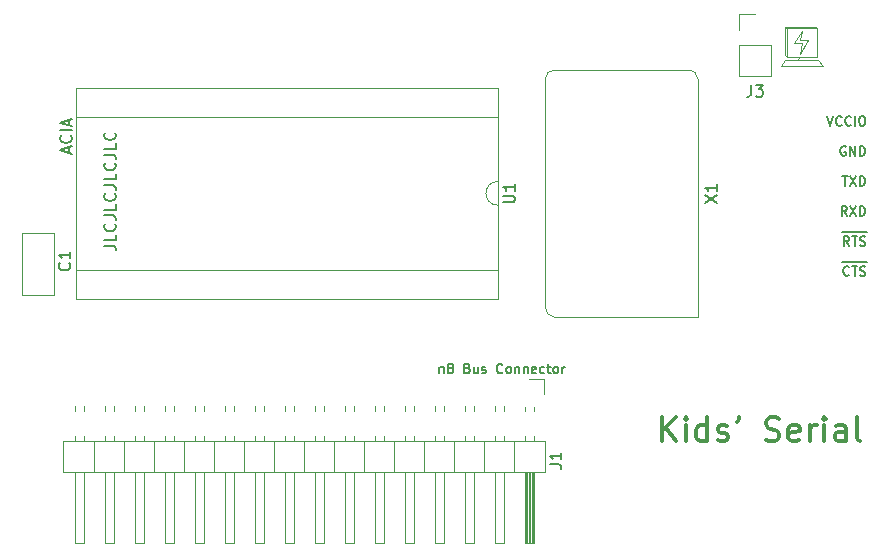
<source format=gbr>
%TF.GenerationSoftware,KiCad,Pcbnew,(5.1.12-1-10_14)*%
%TF.CreationDate,2022-01-05T16:58:03+01:00*%
%TF.ProjectId,kids serial,6b696473-2073-4657-9269-616c2e6b6963,rev?*%
%TF.SameCoordinates,Original*%
%TF.FileFunction,Legend,Top*%
%TF.FilePolarity,Positive*%
%FSLAX46Y46*%
G04 Gerber Fmt 4.6, Leading zero omitted, Abs format (unit mm)*
G04 Created by KiCad (PCBNEW (5.1.12-1-10_14)) date 2022-01-05 16:58:03*
%MOMM*%
%LPD*%
G01*
G04 APERTURE LIST*
%ADD10C,0.150000*%
%ADD11C,0.120000*%
%ADD12C,0.300000*%
G04 APERTURE END LIST*
D10*
X111136180Y-100072247D02*
X111850466Y-100072247D01*
X111993323Y-100119866D01*
X112088561Y-100215104D01*
X112136180Y-100357961D01*
X112136180Y-100453200D01*
X112136180Y-99119866D02*
X112136180Y-99596057D01*
X111136180Y-99596057D01*
X112040942Y-98215104D02*
X112088561Y-98262723D01*
X112136180Y-98405580D01*
X112136180Y-98500819D01*
X112088561Y-98643676D01*
X111993323Y-98738914D01*
X111898085Y-98786533D01*
X111707609Y-98834152D01*
X111564752Y-98834152D01*
X111374276Y-98786533D01*
X111279038Y-98738914D01*
X111183800Y-98643676D01*
X111136180Y-98500819D01*
X111136180Y-98405580D01*
X111183800Y-98262723D01*
X111231419Y-98215104D01*
X111136180Y-97500819D02*
X111850466Y-97500819D01*
X111993323Y-97548438D01*
X112088561Y-97643676D01*
X112136180Y-97786533D01*
X112136180Y-97881771D01*
X112136180Y-96548438D02*
X112136180Y-97024628D01*
X111136180Y-97024628D01*
X112040942Y-95643676D02*
X112088561Y-95691295D01*
X112136180Y-95834152D01*
X112136180Y-95929390D01*
X112088561Y-96072247D01*
X111993323Y-96167485D01*
X111898085Y-96215104D01*
X111707609Y-96262723D01*
X111564752Y-96262723D01*
X111374276Y-96215104D01*
X111279038Y-96167485D01*
X111183800Y-96072247D01*
X111136180Y-95929390D01*
X111136180Y-95834152D01*
X111183800Y-95691295D01*
X111231419Y-95643676D01*
X111136180Y-94929390D02*
X111850466Y-94929390D01*
X111993323Y-94977009D01*
X112088561Y-95072247D01*
X112136180Y-95215104D01*
X112136180Y-95310342D01*
X112136180Y-93977009D02*
X112136180Y-94453200D01*
X111136180Y-94453200D01*
X112040942Y-93072247D02*
X112088561Y-93119866D01*
X112136180Y-93262723D01*
X112136180Y-93357961D01*
X112088561Y-93500819D01*
X111993323Y-93596057D01*
X111898085Y-93643676D01*
X111707609Y-93691295D01*
X111564752Y-93691295D01*
X111374276Y-93643676D01*
X111279038Y-93596057D01*
X111183800Y-93500819D01*
X111136180Y-93357961D01*
X111136180Y-93262723D01*
X111183800Y-93119866D01*
X111231419Y-93072247D01*
X111136180Y-92357961D02*
X111850466Y-92357961D01*
X111993323Y-92405580D01*
X112088561Y-92500819D01*
X112136180Y-92643676D01*
X112136180Y-92738914D01*
X112136180Y-91405580D02*
X112136180Y-91881771D01*
X111136180Y-91881771D01*
X112040942Y-90500819D02*
X112088561Y-90548438D01*
X112136180Y-90691295D01*
X112136180Y-90786533D01*
X112088561Y-90929390D01*
X111993323Y-91024628D01*
X111898085Y-91072247D01*
X111707609Y-91119866D01*
X111564752Y-91119866D01*
X111374276Y-91072247D01*
X111279038Y-91024628D01*
X111183800Y-90929390D01*
X111136180Y-90786533D01*
X111136180Y-90691295D01*
X111183800Y-90548438D01*
X111231419Y-90500819D01*
D11*
X170053000Y-84074000D02*
G75*
G02*
X169947789Y-84328000I-359210J0D01*
G01*
X170053000Y-82677000D02*
X170180000Y-81915000D01*
X170688000Y-82677000D02*
X170053000Y-82677000D01*
X170053000Y-83820000D02*
X170688000Y-82677000D01*
X170180000Y-82931000D02*
X170053000Y-83820000D01*
X169545000Y-82931000D02*
X170180000Y-82931000D01*
X170180000Y-81915000D02*
X169545000Y-82931000D01*
X168783000Y-83947000D02*
X168910000Y-84074000D01*
X168783000Y-81534000D02*
X168783000Y-83947000D01*
X171323000Y-81534000D02*
X171450000Y-81661000D01*
X168783000Y-81534000D02*
X171323000Y-81534000D01*
X168910000Y-81661000D02*
X168783000Y-81534000D01*
X171577000Y-84328000D02*
X168783000Y-84328000D01*
X171958000Y-84836000D02*
X171577000Y-84328000D01*
X168402000Y-84836000D02*
X171958000Y-84836000D01*
X168783000Y-84328000D02*
X168402000Y-84836000D01*
X171450000Y-81661000D02*
X168910000Y-81661000D01*
X171450000Y-84074000D02*
X171450000Y-81661000D01*
X168910000Y-84074000D02*
X171450000Y-84074000D01*
X168910000Y-81661000D02*
X168910000Y-84074000D01*
D10*
X108116666Y-92209761D02*
X108116666Y-91733571D01*
X108402380Y-92305000D02*
X107402380Y-91971666D01*
X108402380Y-91638333D01*
X108307142Y-90733571D02*
X108354761Y-90781190D01*
X108402380Y-90924047D01*
X108402380Y-91019285D01*
X108354761Y-91162142D01*
X108259523Y-91257380D01*
X108164285Y-91305000D01*
X107973809Y-91352619D01*
X107830952Y-91352619D01*
X107640476Y-91305000D01*
X107545238Y-91257380D01*
X107450000Y-91162142D01*
X107402380Y-91019285D01*
X107402380Y-90924047D01*
X107450000Y-90781190D01*
X107497619Y-90733571D01*
X108402380Y-90305000D02*
X107402380Y-90305000D01*
X108116666Y-89876428D02*
X108116666Y-89400238D01*
X108402380Y-89971666D02*
X107402380Y-89638333D01*
X108402380Y-89305000D01*
X173562571Y-101464000D02*
X174362571Y-101464000D01*
X174210190Y-102520714D02*
X174172095Y-102558809D01*
X174057809Y-102596904D01*
X173981619Y-102596904D01*
X173867333Y-102558809D01*
X173791142Y-102482619D01*
X173753047Y-102406428D01*
X173714952Y-102254047D01*
X173714952Y-102139761D01*
X173753047Y-101987380D01*
X173791142Y-101911190D01*
X173867333Y-101835000D01*
X173981619Y-101796904D01*
X174057809Y-101796904D01*
X174172095Y-101835000D01*
X174210190Y-101873095D01*
X174362571Y-101464000D02*
X174972095Y-101464000D01*
X174438761Y-101796904D02*
X174895904Y-101796904D01*
X174667333Y-102596904D02*
X174667333Y-101796904D01*
X174972095Y-101464000D02*
X175734000Y-101464000D01*
X175124476Y-102558809D02*
X175238761Y-102596904D01*
X175429238Y-102596904D01*
X175505428Y-102558809D01*
X175543523Y-102520714D01*
X175581619Y-102444523D01*
X175581619Y-102368333D01*
X175543523Y-102292142D01*
X175505428Y-102254047D01*
X175429238Y-102215952D01*
X175276857Y-102177857D01*
X175200666Y-102139761D01*
X175162571Y-102101666D01*
X175124476Y-102025476D01*
X175124476Y-101949285D01*
X175162571Y-101873095D01*
X175200666Y-101835000D01*
X175276857Y-101796904D01*
X175467333Y-101796904D01*
X175581619Y-101835000D01*
X173562571Y-98924000D02*
X174362571Y-98924000D01*
X174210190Y-100056904D02*
X173943523Y-99675952D01*
X173753047Y-100056904D02*
X173753047Y-99256904D01*
X174057809Y-99256904D01*
X174134000Y-99295000D01*
X174172095Y-99333095D01*
X174210190Y-99409285D01*
X174210190Y-99523571D01*
X174172095Y-99599761D01*
X174134000Y-99637857D01*
X174057809Y-99675952D01*
X173753047Y-99675952D01*
X174362571Y-98924000D02*
X174972095Y-98924000D01*
X174438761Y-99256904D02*
X174895904Y-99256904D01*
X174667333Y-100056904D02*
X174667333Y-99256904D01*
X174972095Y-98924000D02*
X175734000Y-98924000D01*
X175124476Y-100018809D02*
X175238761Y-100056904D01*
X175429238Y-100056904D01*
X175505428Y-100018809D01*
X175543523Y-99980714D01*
X175581619Y-99904523D01*
X175581619Y-99828333D01*
X175543523Y-99752142D01*
X175505428Y-99714047D01*
X175429238Y-99675952D01*
X175276857Y-99637857D01*
X175200666Y-99599761D01*
X175162571Y-99561666D01*
X175124476Y-99485476D01*
X175124476Y-99409285D01*
X175162571Y-99333095D01*
X175200666Y-99295000D01*
X175276857Y-99256904D01*
X175467333Y-99256904D01*
X175581619Y-99295000D01*
X174019714Y-97516904D02*
X173753047Y-97135952D01*
X173562571Y-97516904D02*
X173562571Y-96716904D01*
X173867333Y-96716904D01*
X173943523Y-96755000D01*
X173981619Y-96793095D01*
X174019714Y-96869285D01*
X174019714Y-96983571D01*
X173981619Y-97059761D01*
X173943523Y-97097857D01*
X173867333Y-97135952D01*
X173562571Y-97135952D01*
X174286380Y-96716904D02*
X174819714Y-97516904D01*
X174819714Y-96716904D02*
X174286380Y-97516904D01*
X175124476Y-97516904D02*
X175124476Y-96716904D01*
X175314952Y-96716904D01*
X175429238Y-96755000D01*
X175505428Y-96831190D01*
X175543523Y-96907380D01*
X175581619Y-97059761D01*
X175581619Y-97174047D01*
X175543523Y-97326428D01*
X175505428Y-97402619D01*
X175429238Y-97478809D01*
X175314952Y-97516904D01*
X175124476Y-97516904D01*
X173638761Y-94176904D02*
X174095904Y-94176904D01*
X173867333Y-94976904D02*
X173867333Y-94176904D01*
X174286380Y-94176904D02*
X174819714Y-94976904D01*
X174819714Y-94176904D02*
X174286380Y-94976904D01*
X175124476Y-94976904D02*
X175124476Y-94176904D01*
X175314952Y-94176904D01*
X175429238Y-94215000D01*
X175505428Y-94291190D01*
X175543523Y-94367380D01*
X175581619Y-94519761D01*
X175581619Y-94634047D01*
X175543523Y-94786428D01*
X175505428Y-94862619D01*
X175429238Y-94938809D01*
X175314952Y-94976904D01*
X175124476Y-94976904D01*
X173905428Y-91675000D02*
X173829238Y-91636904D01*
X173714952Y-91636904D01*
X173600666Y-91675000D01*
X173524476Y-91751190D01*
X173486380Y-91827380D01*
X173448285Y-91979761D01*
X173448285Y-92094047D01*
X173486380Y-92246428D01*
X173524476Y-92322619D01*
X173600666Y-92398809D01*
X173714952Y-92436904D01*
X173791142Y-92436904D01*
X173905428Y-92398809D01*
X173943523Y-92360714D01*
X173943523Y-92094047D01*
X173791142Y-92094047D01*
X174286380Y-92436904D02*
X174286380Y-91636904D01*
X174743523Y-92436904D01*
X174743523Y-91636904D01*
X175124476Y-92436904D02*
X175124476Y-91636904D01*
X175314952Y-91636904D01*
X175429238Y-91675000D01*
X175505428Y-91751190D01*
X175543523Y-91827380D01*
X175581619Y-91979761D01*
X175581619Y-92094047D01*
X175543523Y-92246428D01*
X175505428Y-92322619D01*
X175429238Y-92398809D01*
X175314952Y-92436904D01*
X175124476Y-92436904D01*
X172305428Y-89096904D02*
X172572095Y-89896904D01*
X172838761Y-89096904D01*
X173562571Y-89820714D02*
X173524476Y-89858809D01*
X173410190Y-89896904D01*
X173334000Y-89896904D01*
X173219714Y-89858809D01*
X173143523Y-89782619D01*
X173105428Y-89706428D01*
X173067333Y-89554047D01*
X173067333Y-89439761D01*
X173105428Y-89287380D01*
X173143523Y-89211190D01*
X173219714Y-89135000D01*
X173334000Y-89096904D01*
X173410190Y-89096904D01*
X173524476Y-89135000D01*
X173562571Y-89173095D01*
X174362571Y-89820714D02*
X174324476Y-89858809D01*
X174210190Y-89896904D01*
X174134000Y-89896904D01*
X174019714Y-89858809D01*
X173943523Y-89782619D01*
X173905428Y-89706428D01*
X173867333Y-89554047D01*
X173867333Y-89439761D01*
X173905428Y-89287380D01*
X173943523Y-89211190D01*
X174019714Y-89135000D01*
X174134000Y-89096904D01*
X174210190Y-89096904D01*
X174324476Y-89135000D01*
X174362571Y-89173095D01*
X174705428Y-89896904D02*
X174705428Y-89096904D01*
X175238761Y-89096904D02*
X175391142Y-89096904D01*
X175467333Y-89135000D01*
X175543523Y-89211190D01*
X175581619Y-89363571D01*
X175581619Y-89630238D01*
X175543523Y-89782619D01*
X175467333Y-89858809D01*
X175391142Y-89896904D01*
X175238761Y-89896904D01*
X175162571Y-89858809D01*
X175086380Y-89782619D01*
X175048285Y-89630238D01*
X175048285Y-89363571D01*
X175086380Y-89211190D01*
X175162571Y-89135000D01*
X175238761Y-89096904D01*
D12*
X158398380Y-116601761D02*
X158398380Y-114601761D01*
X159541238Y-116601761D02*
X158684095Y-115458904D01*
X159541238Y-114601761D02*
X158398380Y-115744619D01*
X160398380Y-116601761D02*
X160398380Y-115268428D01*
X160398380Y-114601761D02*
X160303142Y-114697000D01*
X160398380Y-114792238D01*
X160493619Y-114697000D01*
X160398380Y-114601761D01*
X160398380Y-114792238D01*
X162207904Y-116601761D02*
X162207904Y-114601761D01*
X162207904Y-116506523D02*
X162017428Y-116601761D01*
X161636476Y-116601761D01*
X161446000Y-116506523D01*
X161350761Y-116411285D01*
X161255523Y-116220809D01*
X161255523Y-115649380D01*
X161350761Y-115458904D01*
X161446000Y-115363666D01*
X161636476Y-115268428D01*
X162017428Y-115268428D01*
X162207904Y-115363666D01*
X163065047Y-116506523D02*
X163255523Y-116601761D01*
X163636476Y-116601761D01*
X163826952Y-116506523D01*
X163922190Y-116316047D01*
X163922190Y-116220809D01*
X163826952Y-116030333D01*
X163636476Y-115935095D01*
X163350761Y-115935095D01*
X163160285Y-115839857D01*
X163065047Y-115649380D01*
X163065047Y-115554142D01*
X163160285Y-115363666D01*
X163350761Y-115268428D01*
X163636476Y-115268428D01*
X163826952Y-115363666D01*
X164874571Y-114601761D02*
X164874571Y-114697000D01*
X164779333Y-114887476D01*
X164684095Y-114982714D01*
X167160285Y-116506523D02*
X167446000Y-116601761D01*
X167922190Y-116601761D01*
X168112666Y-116506523D01*
X168207904Y-116411285D01*
X168303142Y-116220809D01*
X168303142Y-116030333D01*
X168207904Y-115839857D01*
X168112666Y-115744619D01*
X167922190Y-115649380D01*
X167541238Y-115554142D01*
X167350761Y-115458904D01*
X167255523Y-115363666D01*
X167160285Y-115173190D01*
X167160285Y-114982714D01*
X167255523Y-114792238D01*
X167350761Y-114697000D01*
X167541238Y-114601761D01*
X168017428Y-114601761D01*
X168303142Y-114697000D01*
X169922190Y-116506523D02*
X169731714Y-116601761D01*
X169350761Y-116601761D01*
X169160285Y-116506523D01*
X169065047Y-116316047D01*
X169065047Y-115554142D01*
X169160285Y-115363666D01*
X169350761Y-115268428D01*
X169731714Y-115268428D01*
X169922190Y-115363666D01*
X170017428Y-115554142D01*
X170017428Y-115744619D01*
X169065047Y-115935095D01*
X170874571Y-116601761D02*
X170874571Y-115268428D01*
X170874571Y-115649380D02*
X170969809Y-115458904D01*
X171065047Y-115363666D01*
X171255523Y-115268428D01*
X171446000Y-115268428D01*
X172112666Y-116601761D02*
X172112666Y-115268428D01*
X172112666Y-114601761D02*
X172017428Y-114697000D01*
X172112666Y-114792238D01*
X172207904Y-114697000D01*
X172112666Y-114601761D01*
X172112666Y-114792238D01*
X173922190Y-116601761D02*
X173922190Y-115554142D01*
X173826952Y-115363666D01*
X173636476Y-115268428D01*
X173255523Y-115268428D01*
X173065047Y-115363666D01*
X173922190Y-116506523D02*
X173731714Y-116601761D01*
X173255523Y-116601761D01*
X173065047Y-116506523D01*
X172969809Y-116316047D01*
X172969809Y-116125571D01*
X173065047Y-115935095D01*
X173255523Y-115839857D01*
X173731714Y-115839857D01*
X173922190Y-115744619D01*
X175160285Y-116601761D02*
X174969809Y-116506523D01*
X174874571Y-116316047D01*
X174874571Y-114601761D01*
D10*
X139522857Y-110318571D02*
X139522857Y-110851904D01*
X139522857Y-110394761D02*
X139560952Y-110356666D01*
X139637142Y-110318571D01*
X139751428Y-110318571D01*
X139827619Y-110356666D01*
X139865714Y-110432857D01*
X139865714Y-110851904D01*
X140360952Y-110394761D02*
X140284761Y-110356666D01*
X140246666Y-110318571D01*
X140208571Y-110242380D01*
X140208571Y-110204285D01*
X140246666Y-110128095D01*
X140284761Y-110090000D01*
X140360952Y-110051904D01*
X140513333Y-110051904D01*
X140589523Y-110090000D01*
X140627619Y-110128095D01*
X140665714Y-110204285D01*
X140665714Y-110242380D01*
X140627619Y-110318571D01*
X140589523Y-110356666D01*
X140513333Y-110394761D01*
X140360952Y-110394761D01*
X140284761Y-110432857D01*
X140246666Y-110470952D01*
X140208571Y-110547142D01*
X140208571Y-110699523D01*
X140246666Y-110775714D01*
X140284761Y-110813809D01*
X140360952Y-110851904D01*
X140513333Y-110851904D01*
X140589523Y-110813809D01*
X140627619Y-110775714D01*
X140665714Y-110699523D01*
X140665714Y-110547142D01*
X140627619Y-110470952D01*
X140589523Y-110432857D01*
X140513333Y-110394761D01*
X141884761Y-110432857D02*
X141999047Y-110470952D01*
X142037142Y-110509047D01*
X142075238Y-110585238D01*
X142075238Y-110699523D01*
X142037142Y-110775714D01*
X141999047Y-110813809D01*
X141922857Y-110851904D01*
X141618095Y-110851904D01*
X141618095Y-110051904D01*
X141884761Y-110051904D01*
X141960952Y-110090000D01*
X141999047Y-110128095D01*
X142037142Y-110204285D01*
X142037142Y-110280476D01*
X141999047Y-110356666D01*
X141960952Y-110394761D01*
X141884761Y-110432857D01*
X141618095Y-110432857D01*
X142760952Y-110318571D02*
X142760952Y-110851904D01*
X142418095Y-110318571D02*
X142418095Y-110737619D01*
X142456190Y-110813809D01*
X142532380Y-110851904D01*
X142646666Y-110851904D01*
X142722857Y-110813809D01*
X142760952Y-110775714D01*
X143103809Y-110813809D02*
X143180000Y-110851904D01*
X143332380Y-110851904D01*
X143408571Y-110813809D01*
X143446666Y-110737619D01*
X143446666Y-110699523D01*
X143408571Y-110623333D01*
X143332380Y-110585238D01*
X143218095Y-110585238D01*
X143141904Y-110547142D01*
X143103809Y-110470952D01*
X143103809Y-110432857D01*
X143141904Y-110356666D01*
X143218095Y-110318571D01*
X143332380Y-110318571D01*
X143408571Y-110356666D01*
X144856190Y-110775714D02*
X144818095Y-110813809D01*
X144703809Y-110851904D01*
X144627619Y-110851904D01*
X144513333Y-110813809D01*
X144437142Y-110737619D01*
X144399047Y-110661428D01*
X144360952Y-110509047D01*
X144360952Y-110394761D01*
X144399047Y-110242380D01*
X144437142Y-110166190D01*
X144513333Y-110090000D01*
X144627619Y-110051904D01*
X144703809Y-110051904D01*
X144818095Y-110090000D01*
X144856190Y-110128095D01*
X145313333Y-110851904D02*
X145237142Y-110813809D01*
X145199047Y-110775714D01*
X145160952Y-110699523D01*
X145160952Y-110470952D01*
X145199047Y-110394761D01*
X145237142Y-110356666D01*
X145313333Y-110318571D01*
X145427619Y-110318571D01*
X145503809Y-110356666D01*
X145541904Y-110394761D01*
X145580000Y-110470952D01*
X145580000Y-110699523D01*
X145541904Y-110775714D01*
X145503809Y-110813809D01*
X145427619Y-110851904D01*
X145313333Y-110851904D01*
X145922857Y-110318571D02*
X145922857Y-110851904D01*
X145922857Y-110394761D02*
X145960952Y-110356666D01*
X146037142Y-110318571D01*
X146151428Y-110318571D01*
X146227619Y-110356666D01*
X146265714Y-110432857D01*
X146265714Y-110851904D01*
X146646666Y-110318571D02*
X146646666Y-110851904D01*
X146646666Y-110394761D02*
X146684761Y-110356666D01*
X146760952Y-110318571D01*
X146875238Y-110318571D01*
X146951428Y-110356666D01*
X146989523Y-110432857D01*
X146989523Y-110851904D01*
X147675238Y-110813809D02*
X147599047Y-110851904D01*
X147446666Y-110851904D01*
X147370476Y-110813809D01*
X147332380Y-110737619D01*
X147332380Y-110432857D01*
X147370476Y-110356666D01*
X147446666Y-110318571D01*
X147599047Y-110318571D01*
X147675238Y-110356666D01*
X147713333Y-110432857D01*
X147713333Y-110509047D01*
X147332380Y-110585238D01*
X148399047Y-110813809D02*
X148322857Y-110851904D01*
X148170476Y-110851904D01*
X148094285Y-110813809D01*
X148056190Y-110775714D01*
X148018095Y-110699523D01*
X148018095Y-110470952D01*
X148056190Y-110394761D01*
X148094285Y-110356666D01*
X148170476Y-110318571D01*
X148322857Y-110318571D01*
X148399047Y-110356666D01*
X148627619Y-110318571D02*
X148932380Y-110318571D01*
X148741904Y-110051904D02*
X148741904Y-110737619D01*
X148780000Y-110813809D01*
X148856190Y-110851904D01*
X148932380Y-110851904D01*
X149313333Y-110851904D02*
X149237142Y-110813809D01*
X149199047Y-110775714D01*
X149160952Y-110699523D01*
X149160952Y-110470952D01*
X149199047Y-110394761D01*
X149237142Y-110356666D01*
X149313333Y-110318571D01*
X149427619Y-110318571D01*
X149503809Y-110356666D01*
X149541904Y-110394761D01*
X149580000Y-110470952D01*
X149580000Y-110699523D01*
X149541904Y-110775714D01*
X149503809Y-110813809D01*
X149427619Y-110851904D01*
X149313333Y-110851904D01*
X149922857Y-110851904D02*
X149922857Y-110318571D01*
X149922857Y-110470952D02*
X149960952Y-110394761D01*
X149999047Y-110356666D01*
X150075238Y-110318571D01*
X150151428Y-110318571D01*
D11*
%TO.C,J1*%
X148386800Y-111328200D02*
X148386800Y-112598200D01*
X147116800Y-111328200D02*
X148386800Y-111328200D01*
X108636800Y-113641129D02*
X108636800Y-114095271D01*
X109396800Y-113641129D02*
X109396800Y-114095271D01*
X108636800Y-116181129D02*
X108636800Y-116578200D01*
X109396800Y-116181129D02*
X109396800Y-116578200D01*
X108636800Y-125238200D02*
X108636800Y-119238200D01*
X109396800Y-125238200D02*
X108636800Y-125238200D01*
X109396800Y-119238200D02*
X109396800Y-125238200D01*
X110286800Y-116578200D02*
X110286800Y-119238200D01*
X111176800Y-113641129D02*
X111176800Y-114095271D01*
X111936800Y-113641129D02*
X111936800Y-114095271D01*
X111176800Y-116181129D02*
X111176800Y-116578200D01*
X111936800Y-116181129D02*
X111936800Y-116578200D01*
X111176800Y-125238200D02*
X111176800Y-119238200D01*
X111936800Y-125238200D02*
X111176800Y-125238200D01*
X111936800Y-119238200D02*
X111936800Y-125238200D01*
X112826800Y-116578200D02*
X112826800Y-119238200D01*
X113716800Y-113641129D02*
X113716800Y-114095271D01*
X114476800Y-113641129D02*
X114476800Y-114095271D01*
X113716800Y-116181129D02*
X113716800Y-116578200D01*
X114476800Y-116181129D02*
X114476800Y-116578200D01*
X113716800Y-125238200D02*
X113716800Y-119238200D01*
X114476800Y-125238200D02*
X113716800Y-125238200D01*
X114476800Y-119238200D02*
X114476800Y-125238200D01*
X115366800Y-116578200D02*
X115366800Y-119238200D01*
X116256800Y-113641129D02*
X116256800Y-114095271D01*
X117016800Y-113641129D02*
X117016800Y-114095271D01*
X116256800Y-116181129D02*
X116256800Y-116578200D01*
X117016800Y-116181129D02*
X117016800Y-116578200D01*
X116256800Y-125238200D02*
X116256800Y-119238200D01*
X117016800Y-125238200D02*
X116256800Y-125238200D01*
X117016800Y-119238200D02*
X117016800Y-125238200D01*
X117906800Y-116578200D02*
X117906800Y-119238200D01*
X118796800Y-113641129D02*
X118796800Y-114095271D01*
X119556800Y-113641129D02*
X119556800Y-114095271D01*
X118796800Y-116181129D02*
X118796800Y-116578200D01*
X119556800Y-116181129D02*
X119556800Y-116578200D01*
X118796800Y-125238200D02*
X118796800Y-119238200D01*
X119556800Y-125238200D02*
X118796800Y-125238200D01*
X119556800Y-119238200D02*
X119556800Y-125238200D01*
X120446800Y-116578200D02*
X120446800Y-119238200D01*
X121336800Y-113641129D02*
X121336800Y-114095271D01*
X122096800Y-113641129D02*
X122096800Y-114095271D01*
X121336800Y-116181129D02*
X121336800Y-116578200D01*
X122096800Y-116181129D02*
X122096800Y-116578200D01*
X121336800Y-125238200D02*
X121336800Y-119238200D01*
X122096800Y-125238200D02*
X121336800Y-125238200D01*
X122096800Y-119238200D02*
X122096800Y-125238200D01*
X122986800Y-116578200D02*
X122986800Y-119238200D01*
X123876800Y-113641129D02*
X123876800Y-114095271D01*
X124636800Y-113641129D02*
X124636800Y-114095271D01*
X123876800Y-116181129D02*
X123876800Y-116578200D01*
X124636800Y-116181129D02*
X124636800Y-116578200D01*
X123876800Y-125238200D02*
X123876800Y-119238200D01*
X124636800Y-125238200D02*
X123876800Y-125238200D01*
X124636800Y-119238200D02*
X124636800Y-125238200D01*
X125526800Y-116578200D02*
X125526800Y-119238200D01*
X126416800Y-113641129D02*
X126416800Y-114095271D01*
X127176800Y-113641129D02*
X127176800Y-114095271D01*
X126416800Y-116181129D02*
X126416800Y-116578200D01*
X127176800Y-116181129D02*
X127176800Y-116578200D01*
X126416800Y-125238200D02*
X126416800Y-119238200D01*
X127176800Y-125238200D02*
X126416800Y-125238200D01*
X127176800Y-119238200D02*
X127176800Y-125238200D01*
X128066800Y-116578200D02*
X128066800Y-119238200D01*
X128956800Y-113641129D02*
X128956800Y-114095271D01*
X129716800Y-113641129D02*
X129716800Y-114095271D01*
X128956800Y-116181129D02*
X128956800Y-116578200D01*
X129716800Y-116181129D02*
X129716800Y-116578200D01*
X128956800Y-125238200D02*
X128956800Y-119238200D01*
X129716800Y-125238200D02*
X128956800Y-125238200D01*
X129716800Y-119238200D02*
X129716800Y-125238200D01*
X130606800Y-116578200D02*
X130606800Y-119238200D01*
X131496800Y-113641129D02*
X131496800Y-114095271D01*
X132256800Y-113641129D02*
X132256800Y-114095271D01*
X131496800Y-116181129D02*
X131496800Y-116578200D01*
X132256800Y-116181129D02*
X132256800Y-116578200D01*
X131496800Y-125238200D02*
X131496800Y-119238200D01*
X132256800Y-125238200D02*
X131496800Y-125238200D01*
X132256800Y-119238200D02*
X132256800Y-125238200D01*
X133146800Y-116578200D02*
X133146800Y-119238200D01*
X134036800Y-113641129D02*
X134036800Y-114095271D01*
X134796800Y-113641129D02*
X134796800Y-114095271D01*
X134036800Y-116181129D02*
X134036800Y-116578200D01*
X134796800Y-116181129D02*
X134796800Y-116578200D01*
X134036800Y-125238200D02*
X134036800Y-119238200D01*
X134796800Y-125238200D02*
X134036800Y-125238200D01*
X134796800Y-119238200D02*
X134796800Y-125238200D01*
X135686800Y-116578200D02*
X135686800Y-119238200D01*
X136576800Y-113641129D02*
X136576800Y-114095271D01*
X137336800Y-113641129D02*
X137336800Y-114095271D01*
X136576800Y-116181129D02*
X136576800Y-116578200D01*
X137336800Y-116181129D02*
X137336800Y-116578200D01*
X136576800Y-125238200D02*
X136576800Y-119238200D01*
X137336800Y-125238200D02*
X136576800Y-125238200D01*
X137336800Y-119238200D02*
X137336800Y-125238200D01*
X138226800Y-116578200D02*
X138226800Y-119238200D01*
X139116800Y-113641129D02*
X139116800Y-114095271D01*
X139876800Y-113641129D02*
X139876800Y-114095271D01*
X139116800Y-116181129D02*
X139116800Y-116578200D01*
X139876800Y-116181129D02*
X139876800Y-116578200D01*
X139116800Y-125238200D02*
X139116800Y-119238200D01*
X139876800Y-125238200D02*
X139116800Y-125238200D01*
X139876800Y-119238200D02*
X139876800Y-125238200D01*
X140766800Y-116578200D02*
X140766800Y-119238200D01*
X141656800Y-113641129D02*
X141656800Y-114095271D01*
X142416800Y-113641129D02*
X142416800Y-114095271D01*
X141656800Y-116181129D02*
X141656800Y-116578200D01*
X142416800Y-116181129D02*
X142416800Y-116578200D01*
X141656800Y-125238200D02*
X141656800Y-119238200D01*
X142416800Y-125238200D02*
X141656800Y-125238200D01*
X142416800Y-119238200D02*
X142416800Y-125238200D01*
X143306800Y-116578200D02*
X143306800Y-119238200D01*
X144196800Y-113641129D02*
X144196800Y-114095271D01*
X144956800Y-113641129D02*
X144956800Y-114095271D01*
X144196800Y-116181129D02*
X144196800Y-116578200D01*
X144956800Y-116181129D02*
X144956800Y-116578200D01*
X144196800Y-125238200D02*
X144196800Y-119238200D01*
X144956800Y-125238200D02*
X144196800Y-125238200D01*
X144956800Y-119238200D02*
X144956800Y-125238200D01*
X145846800Y-116578200D02*
X145846800Y-119238200D01*
X146736800Y-113708200D02*
X146736800Y-114095271D01*
X147496800Y-113708200D02*
X147496800Y-114095271D01*
X146736800Y-116181129D02*
X146736800Y-116578200D01*
X147496800Y-116181129D02*
X147496800Y-116578200D01*
X146836800Y-119238200D02*
X146836800Y-125238200D01*
X146956800Y-119238200D02*
X146956800Y-125238200D01*
X147076800Y-119238200D02*
X147076800Y-125238200D01*
X147196800Y-119238200D02*
X147196800Y-125238200D01*
X147316800Y-119238200D02*
X147316800Y-125238200D01*
X147436800Y-119238200D02*
X147436800Y-125238200D01*
X146736800Y-125238200D02*
X146736800Y-119238200D01*
X147496800Y-125238200D02*
X146736800Y-125238200D01*
X147496800Y-119238200D02*
X147496800Y-125238200D01*
X148446800Y-119238200D02*
X148446800Y-116578200D01*
X107686800Y-119238200D02*
X148446800Y-119238200D01*
X107686800Y-116578200D02*
X107686800Y-119238200D01*
X148446800Y-116578200D02*
X107686800Y-116578200D01*
%TO.C,U1*%
X144519000Y-104581000D02*
X144519000Y-86681000D01*
X108719000Y-104581000D02*
X144519000Y-104581000D01*
X108719000Y-86681000D02*
X108719000Y-104581000D01*
X144519000Y-86681000D02*
X108719000Y-86681000D01*
X144459000Y-102091000D02*
X144459000Y-96631000D01*
X108779000Y-102091000D02*
X144459000Y-102091000D01*
X108779000Y-89171000D02*
X108779000Y-102091000D01*
X144459000Y-89171000D02*
X108779000Y-89171000D01*
X144459000Y-94631000D02*
X144459000Y-89171000D01*
X144459000Y-96631000D02*
G75*
G02*
X144459000Y-94631000I0J1000000D01*
G01*
%TO.C,J3*%
X164913000Y-80458000D02*
X166243000Y-80458000D01*
X164913000Y-81788000D02*
X164913000Y-80458000D01*
X164913000Y-83058000D02*
X167573000Y-83058000D01*
X167573000Y-83058000D02*
X167573000Y-85658000D01*
X164913000Y-83058000D02*
X164913000Y-85658000D01*
X164913000Y-85658000D02*
X167573000Y-85658000D01*
%TO.C,C1*%
X104167000Y-99000000D02*
X106907000Y-99000000D01*
X104167000Y-104240000D02*
X106907000Y-104240000D01*
X106907000Y-104240000D02*
X106907000Y-99000000D01*
X104167000Y-104240000D02*
X104167000Y-99000000D01*
%TO.C,X1*%
X149240000Y-106081000D02*
X161390000Y-106081000D01*
X148490000Y-85931000D02*
X148490000Y-105331000D01*
X160640000Y-85181000D02*
X149240000Y-85181000D01*
X161390000Y-106081000D02*
X161390000Y-85931000D01*
X161390000Y-85931000D02*
G75*
G03*
X160640000Y-85181000I-750000J0D01*
G01*
X149240000Y-85181000D02*
G75*
G03*
X148490000Y-85931000I0J-750000D01*
G01*
X148490000Y-105331000D02*
G75*
G03*
X149240000Y-106081000I750000J0D01*
G01*
%TO.C,J1*%
D10*
X148839180Y-118586533D02*
X149553466Y-118586533D01*
X149696323Y-118634152D01*
X149791561Y-118729390D01*
X149839180Y-118872247D01*
X149839180Y-118967485D01*
X149839180Y-117586533D02*
X149839180Y-118157961D01*
X149839180Y-117872247D02*
X148839180Y-117872247D01*
X148982038Y-117967485D01*
X149077276Y-118062723D01*
X149124895Y-118157961D01*
%TO.C,U1*%
X144911380Y-96392904D02*
X145720904Y-96392904D01*
X145816142Y-96345285D01*
X145863761Y-96297666D01*
X145911380Y-96202428D01*
X145911380Y-96011952D01*
X145863761Y-95916714D01*
X145816142Y-95869095D01*
X145720904Y-95821476D01*
X144911380Y-95821476D01*
X145911380Y-94821476D02*
X145911380Y-95392904D01*
X145911380Y-95107190D02*
X144911380Y-95107190D01*
X145054238Y-95202428D01*
X145149476Y-95297666D01*
X145197095Y-95392904D01*
%TO.C,J3*%
X165909666Y-86447380D02*
X165909666Y-87161666D01*
X165862047Y-87304523D01*
X165766809Y-87399761D01*
X165623952Y-87447380D01*
X165528714Y-87447380D01*
X166290619Y-86447380D02*
X166909666Y-86447380D01*
X166576333Y-86828333D01*
X166719190Y-86828333D01*
X166814428Y-86875952D01*
X166862047Y-86923571D01*
X166909666Y-87018809D01*
X166909666Y-87256904D01*
X166862047Y-87352142D01*
X166814428Y-87399761D01*
X166719190Y-87447380D01*
X166433476Y-87447380D01*
X166338238Y-87399761D01*
X166290619Y-87352142D01*
%TO.C,C1*%
X108180142Y-101512666D02*
X108227761Y-101560285D01*
X108275380Y-101703142D01*
X108275380Y-101798380D01*
X108227761Y-101941238D01*
X108132523Y-102036476D01*
X108037285Y-102084095D01*
X107846809Y-102131714D01*
X107703952Y-102131714D01*
X107513476Y-102084095D01*
X107418238Y-102036476D01*
X107323000Y-101941238D01*
X107275380Y-101798380D01*
X107275380Y-101703142D01*
X107323000Y-101560285D01*
X107370619Y-101512666D01*
X108275380Y-100560285D02*
X108275380Y-101131714D01*
X108275380Y-100846000D02*
X107275380Y-100846000D01*
X107418238Y-100941238D01*
X107513476Y-101036476D01*
X107561095Y-101131714D01*
%TO.C,X1*%
X162012380Y-96440523D02*
X163012380Y-95773857D01*
X162012380Y-95773857D02*
X163012380Y-96440523D01*
X163012380Y-94869095D02*
X163012380Y-95440523D01*
X163012380Y-95154809D02*
X162012380Y-95154809D01*
X162155238Y-95250047D01*
X162250476Y-95345285D01*
X162298095Y-95440523D01*
%TD*%
M02*

</source>
